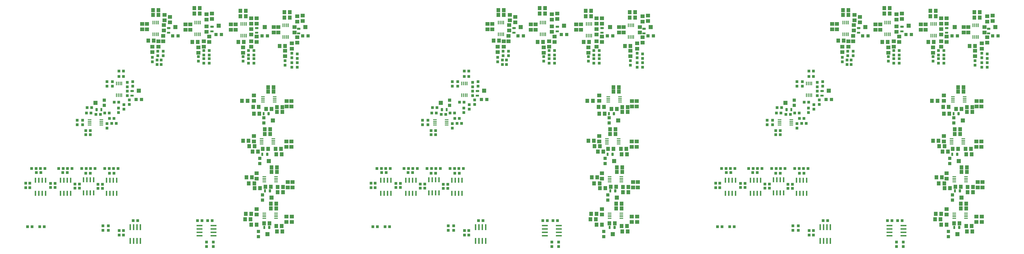
<source format=gbr>
G04 EAGLE Gerber RS-274X export*
G75*
%MOMM*%
%FSLAX34Y34*%
%LPD*%
%INSolderpaste Top*%
%IPPOS*%
%AMOC8*
5,1,8,0,0,1.08239X$1,22.5*%
G01*
%ADD10R,1.000000X1.100000*%
%ADD11R,1.100000X1.000000*%
%ADD12R,1.400000X1.500000*%
%ADD13R,1.500000X1.400000*%
%ADD14R,1.200000X0.800000*%
%ADD15C,0.240000*%
%ADD16R,0.800000X1.200000*%
%ADD17R,1.500000X1.600000*%
%ADD18R,1.200000X1.200000*%
%ADD19R,1.600000X1.500000*%
%ADD20R,1.397000X0.431800*%
%ADD21R,0.431800X1.397000*%
%ADD22R,0.600000X2.200000*%
%ADD23R,2.200000X0.600000*%
%ADD24R,0.533400X1.981200*%


D10*
X438150Y90560D03*
X438150Y107560D03*
X264160Y521580D03*
X264160Y504580D03*
D11*
X351400Y543560D03*
X334400Y543560D03*
D10*
X396240Y666360D03*
X396240Y649360D03*
X381000Y125340D03*
X381000Y108340D03*
X360680Y125340D03*
X360680Y108340D03*
D11*
X127880Y325120D03*
X110880Y325120D03*
D10*
X71120Y285360D03*
X71120Y268360D03*
X86360Y285360D03*
X86360Y268360D03*
X421640Y90560D03*
X421640Y107560D03*
D12*
X980350Y628650D03*
X1000850Y628650D03*
D13*
X1068070Y572680D03*
X1068070Y593180D03*
D12*
X972730Y563880D03*
X993230Y563880D03*
X980350Y645160D03*
X1000850Y645160D03*
D10*
X579120Y747640D03*
X579120Y730640D03*
X563880Y747640D03*
X563880Y730640D03*
D13*
X508000Y862240D03*
X508000Y882740D03*
D12*
X569050Y934720D03*
X548550Y934720D03*
D11*
X94860Y121920D03*
X77860Y121920D03*
D13*
X589280Y858430D03*
X589280Y878930D03*
X525780Y882740D03*
X525780Y862240D03*
D11*
X226940Y325120D03*
X209940Y325120D03*
X181220Y284480D03*
X164220Y284480D03*
X181220Y269240D03*
X164220Y269240D03*
D12*
X967650Y487680D03*
X988150Y487680D03*
D13*
X1068070Y421550D03*
X1068070Y442050D03*
D12*
X960030Y414020D03*
X980530Y414020D03*
D11*
X123580Y121920D03*
X140580Y121920D03*
D12*
X967650Y469900D03*
X988150Y469900D03*
D10*
X759460Y752720D03*
X759460Y735720D03*
X739140Y752720D03*
X739140Y735720D03*
D13*
X670560Y860970D03*
X670560Y881470D03*
D12*
X723990Y942340D03*
X703490Y942340D03*
D13*
X749300Y853350D03*
X749300Y873850D03*
X688340Y881470D03*
X688340Y860970D03*
D11*
X313300Y322580D03*
X296300Y322580D03*
X272660Y266700D03*
X255660Y266700D03*
X272660Y281940D03*
X255660Y281940D03*
X313300Y467360D03*
X296300Y467360D03*
D12*
X993050Y344170D03*
X1013550Y344170D03*
D13*
X1071880Y269150D03*
X1071880Y289650D03*
D12*
X970190Y271780D03*
X990690Y271780D03*
X993050Y327660D03*
X1013550Y327660D03*
D10*
X906780Y752720D03*
X906780Y735720D03*
X927100Y752720D03*
X927100Y735720D03*
D13*
X858520Y860970D03*
X858520Y881470D03*
D12*
X896710Y932180D03*
X876210Y932180D03*
D11*
X437760Y706120D03*
X420760Y706120D03*
D13*
X916940Y843190D03*
X916940Y863690D03*
X840740Y881470D03*
X840740Y860970D03*
D11*
X402200Y322580D03*
X385200Y322580D03*
X359020Y265430D03*
X342020Y265430D03*
X359020Y280670D03*
X342020Y280670D03*
D12*
X990510Y208280D03*
X1011010Y208280D03*
D13*
X1069340Y139610D03*
X1069340Y160110D03*
D12*
X965110Y134620D03*
X985610Y134620D03*
D10*
X452120Y613800D03*
X452120Y630800D03*
D12*
X990510Y190500D03*
X1011010Y190500D03*
D10*
X1089660Y737480D03*
X1089660Y720480D03*
X1069340Y737480D03*
X1069340Y720480D03*
D13*
X1018540Y850810D03*
X1018540Y871310D03*
D12*
X1061810Y927100D03*
X1041310Y927100D03*
D13*
X1079500Y850810D03*
X1079500Y871310D03*
X1002030Y871310D03*
X1002030Y850810D03*
D11*
X296300Y482600D03*
X313300Y482600D03*
D10*
X375920Y649360D03*
X375920Y666360D03*
D14*
X469900Y613300D03*
D15*
X474700Y628500D02*
X474700Y634100D01*
X474700Y628500D02*
X465100Y628500D01*
X465100Y634100D01*
X474700Y634100D01*
X474700Y630780D02*
X465100Y630780D01*
X465100Y633060D02*
X474700Y633060D01*
D16*
X354440Y561340D03*
D15*
X339240Y566140D02*
X333640Y566140D01*
X339240Y566140D02*
X339240Y556540D01*
X333640Y556540D01*
X333640Y566140D01*
X333640Y558820D02*
X339240Y558820D01*
X339240Y561100D02*
X333640Y561100D01*
X333640Y563380D02*
X339240Y563380D01*
X339240Y565660D02*
X333640Y565660D01*
D16*
X963820Y546100D03*
D15*
X979020Y541300D02*
X984620Y541300D01*
X979020Y541300D02*
X979020Y550900D01*
X984620Y550900D01*
X984620Y541300D01*
X984620Y543580D02*
X979020Y543580D01*
X979020Y545860D02*
X984620Y545860D01*
X984620Y548140D02*
X979020Y548140D01*
X979020Y550420D02*
X984620Y550420D01*
D14*
X607060Y849520D03*
D15*
X611860Y864720D02*
X611860Y870320D01*
X611860Y864720D02*
X602260Y864720D01*
X602260Y870320D01*
X611860Y870320D01*
X611860Y867000D02*
X602260Y867000D01*
X602260Y869280D02*
X611860Y869280D01*
D16*
X958740Y393700D03*
D15*
X973940Y388900D02*
X979540Y388900D01*
X973940Y388900D02*
X973940Y398500D01*
X979540Y398500D01*
X979540Y388900D01*
X979540Y391180D02*
X973940Y391180D01*
X973940Y393460D02*
X979540Y393460D01*
X979540Y395740D02*
X973940Y395740D01*
X973940Y398020D02*
X979540Y398020D01*
D14*
X769620Y854600D03*
D15*
X774420Y869800D02*
X774420Y875400D01*
X774420Y869800D02*
X764820Y869800D01*
X764820Y875400D01*
X774420Y875400D01*
X774420Y872080D02*
X764820Y872080D01*
X764820Y874360D02*
X774420Y874360D01*
D16*
X968900Y256540D03*
D15*
X984100Y251740D02*
X989700Y251740D01*
X984100Y251740D02*
X984100Y261340D01*
X989700Y261340D01*
X989700Y251740D01*
X989700Y254020D02*
X984100Y254020D01*
X984100Y256300D02*
X989700Y256300D01*
X989700Y258580D02*
X984100Y258580D01*
X984100Y260860D02*
X989700Y260860D01*
D14*
X937260Y849520D03*
D15*
X942060Y864720D02*
X942060Y870320D01*
X942060Y864720D02*
X932460Y864720D01*
X932460Y870320D01*
X942060Y870320D01*
X942060Y867000D02*
X932460Y867000D01*
X932460Y869280D02*
X942060Y869280D01*
D16*
X966360Y119380D03*
D15*
X981560Y114580D02*
X987160Y114580D01*
X981560Y114580D02*
X981560Y124180D01*
X987160Y124180D01*
X987160Y114580D01*
X987160Y116860D02*
X981560Y116860D01*
X981560Y119140D02*
X987160Y119140D01*
X987160Y121420D02*
X981560Y121420D01*
X981560Y123700D02*
X987160Y123700D01*
D14*
X1094740Y846980D03*
D15*
X1099540Y862180D02*
X1099540Y867780D01*
X1099540Y862180D02*
X1089940Y862180D01*
X1089940Y867780D01*
X1099540Y867780D01*
X1099540Y864460D02*
X1089940Y864460D01*
X1089940Y866740D02*
X1099540Y866740D01*
D11*
X770500Y144780D03*
X753500Y144780D03*
D10*
X452120Y646820D03*
X452120Y663820D03*
X472440Y649360D03*
X472440Y666360D03*
D11*
X411090Y509270D03*
X394090Y509270D03*
X402200Y528320D03*
X385200Y528320D03*
X384420Y548640D03*
X367420Y548640D03*
D10*
X375920Y491880D03*
X375920Y508880D03*
X284480Y521580D03*
X284480Y504580D03*
D11*
X315840Y548640D03*
X298840Y548640D03*
X318380Y568960D03*
X301380Y568960D03*
X732400Y144780D03*
X715400Y144780D03*
X143120Y340360D03*
X126120Y340360D03*
X93100Y340360D03*
X110100Y340360D03*
D12*
X882560Y594360D03*
X903060Y594360D03*
X924470Y571500D03*
X944970Y571500D03*
X927010Y546100D03*
X947510Y546100D03*
D13*
X927100Y614770D03*
X927100Y594270D03*
X1050290Y572680D03*
X1050290Y593180D03*
D12*
X1013370Y570230D03*
X1033870Y570230D03*
X1013370Y552450D03*
X1033870Y552450D03*
D13*
X546100Y777150D03*
X546100Y797650D03*
D10*
X749300Y64380D03*
X749300Y47380D03*
X546100Y757800D03*
X546100Y740800D03*
X566420Y763660D03*
X566420Y780660D03*
X586740Y763660D03*
X586740Y780660D03*
D13*
X568960Y797470D03*
X568960Y817970D03*
X586740Y817790D03*
X586740Y838290D03*
D12*
X530770Y820420D03*
X551270Y820420D03*
X569050Y916940D03*
X548550Y916940D03*
D13*
X591820Y896530D03*
X591820Y917030D03*
X612140Y888910D03*
X612140Y909410D03*
D10*
X774700Y47380D03*
X774700Y64380D03*
D11*
X244720Y340360D03*
X227720Y340360D03*
X194700Y340360D03*
X211700Y340360D03*
D12*
X886370Y444500D03*
X906870Y444500D03*
X909230Y424180D03*
X929730Y424180D03*
X921930Y403860D03*
X942430Y403860D03*
D13*
X927100Y462370D03*
X927100Y441870D03*
X1049020Y421550D03*
X1049020Y442050D03*
D12*
X1008290Y414020D03*
X1028790Y414020D03*
X1010830Y393700D03*
X1031330Y393700D03*
D10*
X718820Y760340D03*
X718820Y743340D03*
X419100Y550300D03*
X419100Y567300D03*
X739140Y766200D03*
X739140Y783200D03*
X759460Y766200D03*
X759460Y783200D03*
D13*
X718820Y774610D03*
X718820Y795110D03*
X739140Y797470D03*
X739140Y817970D03*
X759460Y815250D03*
X759460Y835750D03*
D12*
X695870Y815340D03*
X716370Y815340D03*
X723990Y922020D03*
X703490Y922020D03*
D13*
X749300Y899070D03*
X749300Y919570D03*
X769620Y901610D03*
X769620Y922110D03*
D10*
X439420Y563000D03*
X439420Y580000D03*
D11*
X331080Y340360D03*
X314080Y340360D03*
X281060Y340360D03*
X298060Y340360D03*
D12*
X899070Y307340D03*
X919570Y307340D03*
X907960Y284480D03*
X928460Y284480D03*
X929550Y266700D03*
X950050Y266700D03*
D13*
X937260Y322670D03*
X937260Y302170D03*
X1054100Y269150D03*
X1054100Y289650D03*
D12*
X1015910Y270510D03*
X1036410Y270510D03*
X1015910Y251460D03*
X1036410Y251460D03*
D10*
X886460Y760340D03*
X886460Y743340D03*
X459740Y580780D03*
X459740Y597780D03*
X906780Y766200D03*
X906780Y783200D03*
X927100Y766200D03*
X927100Y783200D03*
D13*
X886460Y774610D03*
X886460Y795110D03*
X916940Y797470D03*
X916940Y817970D03*
X937260Y815250D03*
X937260Y835750D03*
D12*
X868590Y815340D03*
X889090Y815340D03*
X896710Y911860D03*
X876210Y911860D03*
D13*
X916940Y883830D03*
X916940Y904330D03*
X937260Y883830D03*
X937260Y904330D03*
D11*
X402980Y589280D03*
X419980Y589280D03*
X417440Y340360D03*
X400440Y340360D03*
X367420Y340360D03*
X384420Y340360D03*
D12*
X896530Y170180D03*
X917030Y170180D03*
X893990Y149860D03*
X914490Y149860D03*
X916850Y129540D03*
X937350Y129540D03*
D13*
X937260Y188050D03*
X937260Y167550D03*
X1049020Y139610D03*
X1049020Y160110D03*
D12*
X1010830Y124460D03*
X1031330Y124460D03*
X1013370Y104140D03*
X1033870Y104140D03*
D10*
X1043940Y745100D03*
X1043940Y728100D03*
D11*
X437760Y685800D03*
X420760Y685800D03*
D10*
X1069340Y756040D03*
X1069340Y773040D03*
X1089660Y753500D03*
X1089660Y770500D03*
D13*
X1043940Y761910D03*
X1043940Y782410D03*
X1069340Y789850D03*
X1069340Y810350D03*
X1089660Y812710D03*
X1089660Y833210D03*
D12*
X1023530Y800100D03*
X1044030Y800100D03*
X1061810Y906780D03*
X1041310Y906780D03*
D13*
X1089660Y891450D03*
X1089660Y911950D03*
X1109980Y893990D03*
X1109980Y914490D03*
D17*
X495300Y632220D03*
D18*
X485300Y598970D03*
X505300Y598970D03*
D17*
X1120140Y870980D03*
D18*
X1110140Y837730D03*
X1130140Y837730D03*
D19*
X332980Y586740D03*
D18*
X366230Y576740D03*
X366230Y596740D03*
D19*
X997980Y520700D03*
D18*
X964730Y530700D03*
X964730Y510700D03*
D17*
X632460Y870980D03*
D18*
X622460Y837730D03*
X642460Y837730D03*
D19*
X982740Y368300D03*
D18*
X949490Y378300D03*
X949490Y358300D03*
D17*
X795020Y876060D03*
D18*
X785020Y842810D03*
X805020Y842810D03*
D19*
X992900Y231140D03*
D18*
X959650Y241140D03*
X959650Y221140D03*
D17*
X967740Y870980D03*
D18*
X957740Y837730D03*
X977740Y837730D03*
D19*
X977660Y93980D03*
D18*
X944410Y103980D03*
X944410Y83980D03*
D20*
X955802Y451710D03*
X955802Y445210D03*
X955802Y438710D03*
X955802Y432210D03*
X999998Y432210D03*
X999998Y438710D03*
X999998Y445210D03*
X999998Y451710D03*
D21*
X706530Y844042D03*
X713030Y844042D03*
X719530Y844042D03*
X726030Y844042D03*
X726030Y888238D03*
X719530Y888238D03*
X713030Y888238D03*
X706530Y888238D03*
D20*
X965962Y309470D03*
X965962Y302970D03*
X965962Y296470D03*
X965962Y289970D03*
X1010158Y289970D03*
X1010158Y296470D03*
X1010158Y302970D03*
X1010158Y309470D03*
D21*
X879250Y838962D03*
X885750Y838962D03*
X892250Y838962D03*
X898750Y838962D03*
X898750Y883158D03*
X892250Y883158D03*
X885750Y883158D03*
X879250Y883158D03*
D20*
X965962Y172310D03*
X965962Y165810D03*
X965962Y159310D03*
X965962Y152810D03*
X1010158Y152810D03*
X1010158Y159310D03*
X1010158Y165810D03*
X1010158Y172310D03*
D21*
X1036730Y833882D03*
X1043230Y833882D03*
X1049730Y833882D03*
X1056230Y833882D03*
X1056230Y878078D03*
X1049730Y878078D03*
X1043230Y878078D03*
X1036730Y878078D03*
D22*
X476250Y67980D03*
X476250Y119980D03*
X463550Y67980D03*
X488950Y67980D03*
X501650Y67980D03*
X463550Y119980D03*
X488950Y119980D03*
X501650Y119980D03*
D23*
X723300Y113030D03*
X775300Y113030D03*
X723300Y125730D03*
X723300Y100330D03*
X723300Y87630D03*
X775300Y125730D03*
X775300Y100330D03*
X775300Y87630D03*
D21*
X411890Y615442D03*
X418390Y615442D03*
X424890Y615442D03*
X431390Y615442D03*
X431390Y659638D03*
X424890Y659638D03*
X418390Y659638D03*
X411890Y659638D03*
D20*
X354838Y503330D03*
X354838Y509830D03*
X354838Y516330D03*
X354838Y522830D03*
X310642Y522830D03*
X310642Y516330D03*
X310642Y509830D03*
X310642Y503330D03*
X960882Y609190D03*
X960882Y602690D03*
X960882Y596190D03*
X960882Y589690D03*
X1005078Y589690D03*
X1005078Y596190D03*
X1005078Y602690D03*
X1005078Y609190D03*
D21*
X549050Y844042D03*
X555550Y844042D03*
X562050Y844042D03*
X568550Y844042D03*
X568550Y888238D03*
X562050Y888238D03*
X555550Y888238D03*
X549050Y888238D03*
D24*
X146050Y296418D03*
X133350Y296418D03*
X120650Y296418D03*
X107950Y296418D03*
X107950Y247142D03*
X120650Y247142D03*
X133350Y247142D03*
X146050Y247142D03*
X240030Y296418D03*
X227330Y296418D03*
X214630Y296418D03*
X201930Y296418D03*
X201930Y247142D03*
X214630Y247142D03*
X227330Y247142D03*
X240030Y247142D03*
X326390Y297688D03*
X313690Y297688D03*
X300990Y297688D03*
X288290Y297688D03*
X288290Y248412D03*
X300990Y248412D03*
X313690Y248412D03*
X326390Y248412D03*
X412750Y296418D03*
X400050Y296418D03*
X387350Y296418D03*
X374650Y296418D03*
X374650Y247142D03*
X387350Y247142D03*
X400050Y247142D03*
X412750Y247142D03*
D11*
X474100Y144780D03*
X491100Y144780D03*
D10*
X1733550Y90560D03*
X1733550Y107560D03*
X1559560Y521580D03*
X1559560Y504580D03*
D11*
X1646800Y543560D03*
X1629800Y543560D03*
D10*
X1691640Y666360D03*
X1691640Y649360D03*
X1676400Y125340D03*
X1676400Y108340D03*
X1656080Y125340D03*
X1656080Y108340D03*
D11*
X1423280Y325120D03*
X1406280Y325120D03*
D10*
X1366520Y285360D03*
X1366520Y268360D03*
X1381760Y285360D03*
X1381760Y268360D03*
X1717040Y90560D03*
X1717040Y107560D03*
D12*
X2275750Y628650D03*
X2296250Y628650D03*
D13*
X2363470Y572680D03*
X2363470Y593180D03*
D12*
X2268130Y563880D03*
X2288630Y563880D03*
X2275750Y645160D03*
X2296250Y645160D03*
D10*
X1874520Y747640D03*
X1874520Y730640D03*
X1859280Y747640D03*
X1859280Y730640D03*
D13*
X1803400Y862240D03*
X1803400Y882740D03*
D12*
X1864450Y934720D03*
X1843950Y934720D03*
D11*
X1390260Y121920D03*
X1373260Y121920D03*
D13*
X1884680Y858430D03*
X1884680Y878930D03*
X1821180Y882740D03*
X1821180Y862240D03*
D11*
X1522340Y325120D03*
X1505340Y325120D03*
X1476620Y284480D03*
X1459620Y284480D03*
X1476620Y269240D03*
X1459620Y269240D03*
D12*
X2263050Y487680D03*
X2283550Y487680D03*
D13*
X2363470Y421550D03*
X2363470Y442050D03*
D12*
X2255430Y414020D03*
X2275930Y414020D03*
D11*
X1418980Y121920D03*
X1435980Y121920D03*
D12*
X2263050Y469900D03*
X2283550Y469900D03*
D10*
X2054860Y752720D03*
X2054860Y735720D03*
X2034540Y752720D03*
X2034540Y735720D03*
D13*
X1965960Y860970D03*
X1965960Y881470D03*
D12*
X2019390Y942340D03*
X1998890Y942340D03*
D13*
X2044700Y853350D03*
X2044700Y873850D03*
X1983740Y881470D03*
X1983740Y860970D03*
D11*
X1608700Y322580D03*
X1591700Y322580D03*
X1568060Y266700D03*
X1551060Y266700D03*
X1568060Y281940D03*
X1551060Y281940D03*
X1608700Y467360D03*
X1591700Y467360D03*
D12*
X2288450Y344170D03*
X2308950Y344170D03*
D13*
X2367280Y269150D03*
X2367280Y289650D03*
D12*
X2265590Y271780D03*
X2286090Y271780D03*
X2288450Y327660D03*
X2308950Y327660D03*
D10*
X2202180Y752720D03*
X2202180Y735720D03*
X2222500Y752720D03*
X2222500Y735720D03*
D13*
X2153920Y860970D03*
X2153920Y881470D03*
D12*
X2192110Y932180D03*
X2171610Y932180D03*
D11*
X1733160Y706120D03*
X1716160Y706120D03*
D13*
X2212340Y843190D03*
X2212340Y863690D03*
X2136140Y881470D03*
X2136140Y860970D03*
D11*
X1697600Y322580D03*
X1680600Y322580D03*
X1654420Y265430D03*
X1637420Y265430D03*
X1654420Y280670D03*
X1637420Y280670D03*
D12*
X2285910Y208280D03*
X2306410Y208280D03*
D13*
X2364740Y139610D03*
X2364740Y160110D03*
D12*
X2260510Y134620D03*
X2281010Y134620D03*
D10*
X1747520Y613800D03*
X1747520Y630800D03*
D12*
X2285910Y190500D03*
X2306410Y190500D03*
D10*
X2385060Y737480D03*
X2385060Y720480D03*
X2364740Y737480D03*
X2364740Y720480D03*
D13*
X2313940Y850810D03*
X2313940Y871310D03*
D12*
X2357210Y927100D03*
X2336710Y927100D03*
D13*
X2374900Y850810D03*
X2374900Y871310D03*
X2297430Y871310D03*
X2297430Y850810D03*
D11*
X1591700Y482600D03*
X1608700Y482600D03*
D10*
X1671320Y649360D03*
X1671320Y666360D03*
D14*
X1765300Y613300D03*
D15*
X1770100Y628500D02*
X1770100Y634100D01*
X1770100Y628500D02*
X1760500Y628500D01*
X1760500Y634100D01*
X1770100Y634100D01*
X1770100Y630780D02*
X1760500Y630780D01*
X1760500Y633060D02*
X1770100Y633060D01*
D16*
X1649840Y561340D03*
D15*
X1634640Y566140D02*
X1629040Y566140D01*
X1634640Y566140D02*
X1634640Y556540D01*
X1629040Y556540D01*
X1629040Y566140D01*
X1629040Y558820D02*
X1634640Y558820D01*
X1634640Y561100D02*
X1629040Y561100D01*
X1629040Y563380D02*
X1634640Y563380D01*
X1634640Y565660D02*
X1629040Y565660D01*
D16*
X2259220Y546100D03*
D15*
X2274420Y541300D02*
X2280020Y541300D01*
X2274420Y541300D02*
X2274420Y550900D01*
X2280020Y550900D01*
X2280020Y541300D01*
X2280020Y543580D02*
X2274420Y543580D01*
X2274420Y545860D02*
X2280020Y545860D01*
X2280020Y548140D02*
X2274420Y548140D01*
X2274420Y550420D02*
X2280020Y550420D01*
D14*
X1902460Y849520D03*
D15*
X1907260Y864720D02*
X1907260Y870320D01*
X1907260Y864720D02*
X1897660Y864720D01*
X1897660Y870320D01*
X1907260Y870320D01*
X1907260Y867000D02*
X1897660Y867000D01*
X1897660Y869280D02*
X1907260Y869280D01*
D16*
X2254140Y393700D03*
D15*
X2269340Y388900D02*
X2274940Y388900D01*
X2269340Y388900D02*
X2269340Y398500D01*
X2274940Y398500D01*
X2274940Y388900D01*
X2274940Y391180D02*
X2269340Y391180D01*
X2269340Y393460D02*
X2274940Y393460D01*
X2274940Y395740D02*
X2269340Y395740D01*
X2269340Y398020D02*
X2274940Y398020D01*
D14*
X2065020Y854600D03*
D15*
X2069820Y869800D02*
X2069820Y875400D01*
X2069820Y869800D02*
X2060220Y869800D01*
X2060220Y875400D01*
X2069820Y875400D01*
X2069820Y872080D02*
X2060220Y872080D01*
X2060220Y874360D02*
X2069820Y874360D01*
D16*
X2264300Y256540D03*
D15*
X2279500Y251740D02*
X2285100Y251740D01*
X2279500Y251740D02*
X2279500Y261340D01*
X2285100Y261340D01*
X2285100Y251740D01*
X2285100Y254020D02*
X2279500Y254020D01*
X2279500Y256300D02*
X2285100Y256300D01*
X2285100Y258580D02*
X2279500Y258580D01*
X2279500Y260860D02*
X2285100Y260860D01*
D14*
X2232660Y849520D03*
D15*
X2237460Y864720D02*
X2237460Y870320D01*
X2237460Y864720D02*
X2227860Y864720D01*
X2227860Y870320D01*
X2237460Y870320D01*
X2237460Y867000D02*
X2227860Y867000D01*
X2227860Y869280D02*
X2237460Y869280D01*
D16*
X2261760Y119380D03*
D15*
X2276960Y114580D02*
X2282560Y114580D01*
X2276960Y114580D02*
X2276960Y124180D01*
X2282560Y124180D01*
X2282560Y114580D01*
X2282560Y116860D02*
X2276960Y116860D01*
X2276960Y119140D02*
X2282560Y119140D01*
X2282560Y121420D02*
X2276960Y121420D01*
X2276960Y123700D02*
X2282560Y123700D01*
D14*
X2390140Y846980D03*
D15*
X2394940Y862180D02*
X2394940Y867780D01*
X2394940Y862180D02*
X2385340Y862180D01*
X2385340Y867780D01*
X2394940Y867780D01*
X2394940Y864460D02*
X2385340Y864460D01*
X2385340Y866740D02*
X2394940Y866740D01*
D11*
X2065900Y144780D03*
X2048900Y144780D03*
D10*
X1747520Y646820D03*
X1747520Y663820D03*
X1767840Y649360D03*
X1767840Y666360D03*
D11*
X1706490Y509270D03*
X1689490Y509270D03*
X1697600Y528320D03*
X1680600Y528320D03*
X1679820Y548640D03*
X1662820Y548640D03*
D10*
X1671320Y491880D03*
X1671320Y508880D03*
X1579880Y521580D03*
X1579880Y504580D03*
D11*
X1611240Y548640D03*
X1594240Y548640D03*
X1613780Y568960D03*
X1596780Y568960D03*
X2027800Y144780D03*
X2010800Y144780D03*
X1438520Y340360D03*
X1421520Y340360D03*
X1388500Y340360D03*
X1405500Y340360D03*
D12*
X2177960Y594360D03*
X2198460Y594360D03*
X2219870Y571500D03*
X2240370Y571500D03*
X2222410Y546100D03*
X2242910Y546100D03*
D13*
X2222500Y614770D03*
X2222500Y594270D03*
X2345690Y572680D03*
X2345690Y593180D03*
D12*
X2308770Y570230D03*
X2329270Y570230D03*
X2308770Y552450D03*
X2329270Y552450D03*
D13*
X1841500Y777150D03*
X1841500Y797650D03*
D10*
X2044700Y64380D03*
X2044700Y47380D03*
X1841500Y757800D03*
X1841500Y740800D03*
X1861820Y763660D03*
X1861820Y780660D03*
X1882140Y763660D03*
X1882140Y780660D03*
D13*
X1864360Y797470D03*
X1864360Y817970D03*
X1882140Y817790D03*
X1882140Y838290D03*
D12*
X1826170Y820420D03*
X1846670Y820420D03*
X1864450Y916940D03*
X1843950Y916940D03*
D13*
X1887220Y896530D03*
X1887220Y917030D03*
X1907540Y888910D03*
X1907540Y909410D03*
D10*
X2070100Y47380D03*
X2070100Y64380D03*
D11*
X1540120Y340360D03*
X1523120Y340360D03*
X1490100Y340360D03*
X1507100Y340360D03*
D12*
X2181770Y444500D03*
X2202270Y444500D03*
X2204630Y424180D03*
X2225130Y424180D03*
X2217330Y403860D03*
X2237830Y403860D03*
D13*
X2222500Y462370D03*
X2222500Y441870D03*
X2344420Y421550D03*
X2344420Y442050D03*
D12*
X2303690Y414020D03*
X2324190Y414020D03*
X2306230Y393700D03*
X2326730Y393700D03*
D10*
X2014220Y760340D03*
X2014220Y743340D03*
X1714500Y550300D03*
X1714500Y567300D03*
X2034540Y766200D03*
X2034540Y783200D03*
X2054860Y766200D03*
X2054860Y783200D03*
D13*
X2014220Y774610D03*
X2014220Y795110D03*
X2034540Y797470D03*
X2034540Y817970D03*
X2054860Y815250D03*
X2054860Y835750D03*
D12*
X1991270Y815340D03*
X2011770Y815340D03*
X2019390Y922020D03*
X1998890Y922020D03*
D13*
X2044700Y899070D03*
X2044700Y919570D03*
X2065020Y901610D03*
X2065020Y922110D03*
D10*
X1734820Y563000D03*
X1734820Y580000D03*
D11*
X1626480Y340360D03*
X1609480Y340360D03*
X1576460Y340360D03*
X1593460Y340360D03*
D12*
X2194470Y307340D03*
X2214970Y307340D03*
X2203360Y284480D03*
X2223860Y284480D03*
X2224950Y266700D03*
X2245450Y266700D03*
D13*
X2232660Y322670D03*
X2232660Y302170D03*
X2349500Y269150D03*
X2349500Y289650D03*
D12*
X2311310Y270510D03*
X2331810Y270510D03*
X2311310Y251460D03*
X2331810Y251460D03*
D10*
X2181860Y760340D03*
X2181860Y743340D03*
X1755140Y580780D03*
X1755140Y597780D03*
X2202180Y766200D03*
X2202180Y783200D03*
X2222500Y766200D03*
X2222500Y783200D03*
D13*
X2181860Y774610D03*
X2181860Y795110D03*
X2212340Y797470D03*
X2212340Y817970D03*
X2232660Y815250D03*
X2232660Y835750D03*
D12*
X2163990Y815340D03*
X2184490Y815340D03*
X2192110Y911860D03*
X2171610Y911860D03*
D13*
X2212340Y883830D03*
X2212340Y904330D03*
X2232660Y883830D03*
X2232660Y904330D03*
D11*
X1698380Y589280D03*
X1715380Y589280D03*
X1712840Y340360D03*
X1695840Y340360D03*
X1662820Y340360D03*
X1679820Y340360D03*
D12*
X2191930Y170180D03*
X2212430Y170180D03*
X2189390Y149860D03*
X2209890Y149860D03*
X2212250Y129540D03*
X2232750Y129540D03*
D13*
X2232660Y188050D03*
X2232660Y167550D03*
X2344420Y139610D03*
X2344420Y160110D03*
D12*
X2306230Y124460D03*
X2326730Y124460D03*
X2308770Y104140D03*
X2329270Y104140D03*
D10*
X2339340Y745100D03*
X2339340Y728100D03*
D11*
X1733160Y685800D03*
X1716160Y685800D03*
D10*
X2364740Y756040D03*
X2364740Y773040D03*
X2385060Y753500D03*
X2385060Y770500D03*
D13*
X2339340Y761910D03*
X2339340Y782410D03*
X2364740Y789850D03*
X2364740Y810350D03*
X2385060Y812710D03*
X2385060Y833210D03*
D12*
X2318930Y800100D03*
X2339430Y800100D03*
X2357210Y906780D03*
X2336710Y906780D03*
D13*
X2385060Y891450D03*
X2385060Y911950D03*
X2405380Y893990D03*
X2405380Y914490D03*
D17*
X1790700Y632220D03*
D18*
X1780700Y598970D03*
X1800700Y598970D03*
D17*
X2415540Y870980D03*
D18*
X2405540Y837730D03*
X2425540Y837730D03*
D19*
X1628380Y586740D03*
D18*
X1661630Y576740D03*
X1661630Y596740D03*
D19*
X2293380Y520700D03*
D18*
X2260130Y530700D03*
X2260130Y510700D03*
D17*
X1927860Y870980D03*
D18*
X1917860Y837730D03*
X1937860Y837730D03*
D19*
X2278140Y368300D03*
D18*
X2244890Y378300D03*
X2244890Y358300D03*
D17*
X2090420Y876060D03*
D18*
X2080420Y842810D03*
X2100420Y842810D03*
D19*
X2288300Y231140D03*
D18*
X2255050Y241140D03*
X2255050Y221140D03*
D17*
X2263140Y870980D03*
D18*
X2253140Y837730D03*
X2273140Y837730D03*
D19*
X2273060Y93980D03*
D18*
X2239810Y103980D03*
X2239810Y83980D03*
D20*
X2251202Y451710D03*
X2251202Y445210D03*
X2251202Y438710D03*
X2251202Y432210D03*
X2295398Y432210D03*
X2295398Y438710D03*
X2295398Y445210D03*
X2295398Y451710D03*
D21*
X2001930Y844042D03*
X2008430Y844042D03*
X2014930Y844042D03*
X2021430Y844042D03*
X2021430Y888238D03*
X2014930Y888238D03*
X2008430Y888238D03*
X2001930Y888238D03*
D20*
X2261362Y309470D03*
X2261362Y302970D03*
X2261362Y296470D03*
X2261362Y289970D03*
X2305558Y289970D03*
X2305558Y296470D03*
X2305558Y302970D03*
X2305558Y309470D03*
D21*
X2174650Y838962D03*
X2181150Y838962D03*
X2187650Y838962D03*
X2194150Y838962D03*
X2194150Y883158D03*
X2187650Y883158D03*
X2181150Y883158D03*
X2174650Y883158D03*
D20*
X2261362Y172310D03*
X2261362Y165810D03*
X2261362Y159310D03*
X2261362Y152810D03*
X2305558Y152810D03*
X2305558Y159310D03*
X2305558Y165810D03*
X2305558Y172310D03*
D21*
X2332130Y833882D03*
X2338630Y833882D03*
X2345130Y833882D03*
X2351630Y833882D03*
X2351630Y878078D03*
X2345130Y878078D03*
X2338630Y878078D03*
X2332130Y878078D03*
D22*
X1771650Y67980D03*
X1771650Y119980D03*
X1758950Y67980D03*
X1784350Y67980D03*
X1797050Y67980D03*
X1758950Y119980D03*
X1784350Y119980D03*
X1797050Y119980D03*
D23*
X2018700Y113030D03*
X2070700Y113030D03*
X2018700Y125730D03*
X2018700Y100330D03*
X2018700Y87630D03*
X2070700Y125730D03*
X2070700Y100330D03*
X2070700Y87630D03*
D21*
X1707290Y615442D03*
X1713790Y615442D03*
X1720290Y615442D03*
X1726790Y615442D03*
X1726790Y659638D03*
X1720290Y659638D03*
X1713790Y659638D03*
X1707290Y659638D03*
D20*
X1650238Y503330D03*
X1650238Y509830D03*
X1650238Y516330D03*
X1650238Y522830D03*
X1606042Y522830D03*
X1606042Y516330D03*
X1606042Y509830D03*
X1606042Y503330D03*
X2256282Y609190D03*
X2256282Y602690D03*
X2256282Y596190D03*
X2256282Y589690D03*
X2300478Y589690D03*
X2300478Y596190D03*
X2300478Y602690D03*
X2300478Y609190D03*
D21*
X1844450Y844042D03*
X1850950Y844042D03*
X1857450Y844042D03*
X1863950Y844042D03*
X1863950Y888238D03*
X1857450Y888238D03*
X1850950Y888238D03*
X1844450Y888238D03*
D24*
X1441450Y296418D03*
X1428750Y296418D03*
X1416050Y296418D03*
X1403350Y296418D03*
X1403350Y247142D03*
X1416050Y247142D03*
X1428750Y247142D03*
X1441450Y247142D03*
X1535430Y296418D03*
X1522730Y296418D03*
X1510030Y296418D03*
X1497330Y296418D03*
X1497330Y247142D03*
X1510030Y247142D03*
X1522730Y247142D03*
X1535430Y247142D03*
X1621790Y297688D03*
X1609090Y297688D03*
X1596390Y297688D03*
X1583690Y297688D03*
X1583690Y248412D03*
X1596390Y248412D03*
X1609090Y248412D03*
X1621790Y248412D03*
X1708150Y296418D03*
X1695450Y296418D03*
X1682750Y296418D03*
X1670050Y296418D03*
X1670050Y247142D03*
X1682750Y247142D03*
X1695450Y247142D03*
X1708150Y247142D03*
D11*
X1769500Y144780D03*
X1786500Y144780D03*
D10*
X3026410Y90560D03*
X3026410Y107560D03*
X2852420Y521580D03*
X2852420Y504580D03*
D11*
X2939660Y543560D03*
X2922660Y543560D03*
D10*
X2984500Y666360D03*
X2984500Y649360D03*
X2969260Y125340D03*
X2969260Y108340D03*
X2948940Y125340D03*
X2948940Y108340D03*
D11*
X2716140Y325120D03*
X2699140Y325120D03*
D10*
X2659380Y285360D03*
X2659380Y268360D03*
X2674620Y285360D03*
X2674620Y268360D03*
X3009900Y90560D03*
X3009900Y107560D03*
D12*
X3568610Y628650D03*
X3589110Y628650D03*
D13*
X3656330Y572680D03*
X3656330Y593180D03*
D12*
X3560990Y563880D03*
X3581490Y563880D03*
X3568610Y645160D03*
X3589110Y645160D03*
D10*
X3167380Y747640D03*
X3167380Y730640D03*
X3152140Y747640D03*
X3152140Y730640D03*
D13*
X3096260Y862240D03*
X3096260Y882740D03*
D12*
X3157310Y934720D03*
X3136810Y934720D03*
D11*
X2683120Y121920D03*
X2666120Y121920D03*
D13*
X3177540Y858430D03*
X3177540Y878930D03*
X3114040Y882740D03*
X3114040Y862240D03*
D11*
X2815200Y325120D03*
X2798200Y325120D03*
X2769480Y284480D03*
X2752480Y284480D03*
X2769480Y269240D03*
X2752480Y269240D03*
D12*
X3555910Y487680D03*
X3576410Y487680D03*
D13*
X3656330Y421550D03*
X3656330Y442050D03*
D12*
X3548290Y414020D03*
X3568790Y414020D03*
D11*
X2711840Y121920D03*
X2728840Y121920D03*
D12*
X3555910Y469900D03*
X3576410Y469900D03*
D10*
X3347720Y752720D03*
X3347720Y735720D03*
X3327400Y752720D03*
X3327400Y735720D03*
D13*
X3258820Y860970D03*
X3258820Y881470D03*
D12*
X3312250Y942340D03*
X3291750Y942340D03*
D13*
X3337560Y853350D03*
X3337560Y873850D03*
X3276600Y881470D03*
X3276600Y860970D03*
D11*
X2901560Y322580D03*
X2884560Y322580D03*
X2860920Y266700D03*
X2843920Y266700D03*
X2860920Y281940D03*
X2843920Y281940D03*
X2901560Y467360D03*
X2884560Y467360D03*
D12*
X3581310Y344170D03*
X3601810Y344170D03*
D13*
X3660140Y269150D03*
X3660140Y289650D03*
D12*
X3558450Y271780D03*
X3578950Y271780D03*
X3581310Y327660D03*
X3601810Y327660D03*
D10*
X3495040Y752720D03*
X3495040Y735720D03*
X3515360Y752720D03*
X3515360Y735720D03*
D13*
X3446780Y860970D03*
X3446780Y881470D03*
D12*
X3484970Y932180D03*
X3464470Y932180D03*
D11*
X3026020Y706120D03*
X3009020Y706120D03*
D13*
X3505200Y843190D03*
X3505200Y863690D03*
X3429000Y881470D03*
X3429000Y860970D03*
D11*
X2990460Y322580D03*
X2973460Y322580D03*
X2947280Y265430D03*
X2930280Y265430D03*
X2947280Y280670D03*
X2930280Y280670D03*
D12*
X3578770Y208280D03*
X3599270Y208280D03*
D13*
X3657600Y139610D03*
X3657600Y160110D03*
D12*
X3553370Y134620D03*
X3573870Y134620D03*
D10*
X3040380Y613800D03*
X3040380Y630800D03*
D12*
X3578770Y190500D03*
X3599270Y190500D03*
D10*
X3677920Y737480D03*
X3677920Y720480D03*
X3657600Y737480D03*
X3657600Y720480D03*
D13*
X3606800Y850810D03*
X3606800Y871310D03*
D12*
X3650070Y927100D03*
X3629570Y927100D03*
D13*
X3667760Y850810D03*
X3667760Y871310D03*
X3590290Y871310D03*
X3590290Y850810D03*
D11*
X2884560Y482600D03*
X2901560Y482600D03*
D10*
X2964180Y649360D03*
X2964180Y666360D03*
D14*
X3058160Y613300D03*
D15*
X3062960Y628500D02*
X3062960Y634100D01*
X3062960Y628500D02*
X3053360Y628500D01*
X3053360Y634100D01*
X3062960Y634100D01*
X3062960Y630780D02*
X3053360Y630780D01*
X3053360Y633060D02*
X3062960Y633060D01*
D16*
X2942700Y561340D03*
D15*
X2927500Y566140D02*
X2921900Y566140D01*
X2927500Y566140D02*
X2927500Y556540D01*
X2921900Y556540D01*
X2921900Y566140D01*
X2921900Y558820D02*
X2927500Y558820D01*
X2927500Y561100D02*
X2921900Y561100D01*
X2921900Y563380D02*
X2927500Y563380D01*
X2927500Y565660D02*
X2921900Y565660D01*
D16*
X3552080Y546100D03*
D15*
X3567280Y541300D02*
X3572880Y541300D01*
X3567280Y541300D02*
X3567280Y550900D01*
X3572880Y550900D01*
X3572880Y541300D01*
X3572880Y543580D02*
X3567280Y543580D01*
X3567280Y545860D02*
X3572880Y545860D01*
X3572880Y548140D02*
X3567280Y548140D01*
X3567280Y550420D02*
X3572880Y550420D01*
D14*
X3195320Y849520D03*
D15*
X3200120Y864720D02*
X3200120Y870320D01*
X3200120Y864720D02*
X3190520Y864720D01*
X3190520Y870320D01*
X3200120Y870320D01*
X3200120Y867000D02*
X3190520Y867000D01*
X3190520Y869280D02*
X3200120Y869280D01*
D16*
X3547000Y393700D03*
D15*
X3562200Y388900D02*
X3567800Y388900D01*
X3562200Y388900D02*
X3562200Y398500D01*
X3567800Y398500D01*
X3567800Y388900D01*
X3567800Y391180D02*
X3562200Y391180D01*
X3562200Y393460D02*
X3567800Y393460D01*
X3567800Y395740D02*
X3562200Y395740D01*
X3562200Y398020D02*
X3567800Y398020D01*
D14*
X3357880Y854600D03*
D15*
X3362680Y869800D02*
X3362680Y875400D01*
X3362680Y869800D02*
X3353080Y869800D01*
X3353080Y875400D01*
X3362680Y875400D01*
X3362680Y872080D02*
X3353080Y872080D01*
X3353080Y874360D02*
X3362680Y874360D01*
D16*
X3557160Y256540D03*
D15*
X3572360Y251740D02*
X3577960Y251740D01*
X3572360Y251740D02*
X3572360Y261340D01*
X3577960Y261340D01*
X3577960Y251740D01*
X3577960Y254020D02*
X3572360Y254020D01*
X3572360Y256300D02*
X3577960Y256300D01*
X3577960Y258580D02*
X3572360Y258580D01*
X3572360Y260860D02*
X3577960Y260860D01*
D14*
X3525520Y849520D03*
D15*
X3530320Y864720D02*
X3530320Y870320D01*
X3530320Y864720D02*
X3520720Y864720D01*
X3520720Y870320D01*
X3530320Y870320D01*
X3530320Y867000D02*
X3520720Y867000D01*
X3520720Y869280D02*
X3530320Y869280D01*
D16*
X3554620Y119380D03*
D15*
X3569820Y114580D02*
X3575420Y114580D01*
X3569820Y114580D02*
X3569820Y124180D01*
X3575420Y124180D01*
X3575420Y114580D01*
X3575420Y116860D02*
X3569820Y116860D01*
X3569820Y119140D02*
X3575420Y119140D01*
X3575420Y121420D02*
X3569820Y121420D01*
X3569820Y123700D02*
X3575420Y123700D01*
D14*
X3683000Y846980D03*
D15*
X3687800Y862180D02*
X3687800Y867780D01*
X3687800Y862180D02*
X3678200Y862180D01*
X3678200Y867780D01*
X3687800Y867780D01*
X3687800Y864460D02*
X3678200Y864460D01*
X3678200Y866740D02*
X3687800Y866740D01*
D11*
X3358760Y144780D03*
X3341760Y144780D03*
D10*
X3040380Y646820D03*
X3040380Y663820D03*
X3060700Y649360D03*
X3060700Y666360D03*
D11*
X2999350Y509270D03*
X2982350Y509270D03*
X2990460Y528320D03*
X2973460Y528320D03*
X2972680Y548640D03*
X2955680Y548640D03*
D10*
X2964180Y491880D03*
X2964180Y508880D03*
X2872740Y521580D03*
X2872740Y504580D03*
D11*
X2904100Y548640D03*
X2887100Y548640D03*
X2906640Y568960D03*
X2889640Y568960D03*
X3320660Y144780D03*
X3303660Y144780D03*
X2731380Y340360D03*
X2714380Y340360D03*
X2681360Y340360D03*
X2698360Y340360D03*
D12*
X3470820Y594360D03*
X3491320Y594360D03*
X3512730Y571500D03*
X3533230Y571500D03*
X3515270Y546100D03*
X3535770Y546100D03*
D13*
X3515360Y614770D03*
X3515360Y594270D03*
X3638550Y572680D03*
X3638550Y593180D03*
D12*
X3601630Y570230D03*
X3622130Y570230D03*
X3601630Y552450D03*
X3622130Y552450D03*
D13*
X3134360Y777150D03*
X3134360Y797650D03*
D10*
X3337560Y64380D03*
X3337560Y47380D03*
X3134360Y757800D03*
X3134360Y740800D03*
X3154680Y763660D03*
X3154680Y780660D03*
X3175000Y763660D03*
X3175000Y780660D03*
D13*
X3157220Y797470D03*
X3157220Y817970D03*
X3175000Y817790D03*
X3175000Y838290D03*
D12*
X3119030Y820420D03*
X3139530Y820420D03*
X3157310Y916940D03*
X3136810Y916940D03*
D13*
X3180080Y896530D03*
X3180080Y917030D03*
X3200400Y888910D03*
X3200400Y909410D03*
D10*
X3362960Y47380D03*
X3362960Y64380D03*
D11*
X2832980Y340360D03*
X2815980Y340360D03*
X2782960Y340360D03*
X2799960Y340360D03*
D12*
X3474630Y444500D03*
X3495130Y444500D03*
X3497490Y424180D03*
X3517990Y424180D03*
X3510190Y403860D03*
X3530690Y403860D03*
D13*
X3515360Y462370D03*
X3515360Y441870D03*
X3637280Y421550D03*
X3637280Y442050D03*
D12*
X3596550Y414020D03*
X3617050Y414020D03*
X3599090Y393700D03*
X3619590Y393700D03*
D10*
X3307080Y760340D03*
X3307080Y743340D03*
X3007360Y550300D03*
X3007360Y567300D03*
X3327400Y766200D03*
X3327400Y783200D03*
X3347720Y766200D03*
X3347720Y783200D03*
D13*
X3307080Y774610D03*
X3307080Y795110D03*
X3327400Y797470D03*
X3327400Y817970D03*
X3347720Y815250D03*
X3347720Y835750D03*
D12*
X3284130Y815340D03*
X3304630Y815340D03*
X3312250Y922020D03*
X3291750Y922020D03*
D13*
X3337560Y899070D03*
X3337560Y919570D03*
X3357880Y901610D03*
X3357880Y922110D03*
D10*
X3027680Y563000D03*
X3027680Y580000D03*
D11*
X2919340Y340360D03*
X2902340Y340360D03*
X2869320Y340360D03*
X2886320Y340360D03*
D12*
X3487330Y307340D03*
X3507830Y307340D03*
X3496220Y284480D03*
X3516720Y284480D03*
X3517810Y266700D03*
X3538310Y266700D03*
D13*
X3525520Y322670D03*
X3525520Y302170D03*
X3642360Y269150D03*
X3642360Y289650D03*
D12*
X3604170Y270510D03*
X3624670Y270510D03*
X3604170Y251460D03*
X3624670Y251460D03*
D10*
X3474720Y760340D03*
X3474720Y743340D03*
X3048000Y580780D03*
X3048000Y597780D03*
X3495040Y766200D03*
X3495040Y783200D03*
X3515360Y766200D03*
X3515360Y783200D03*
D13*
X3474720Y774610D03*
X3474720Y795110D03*
X3505200Y797470D03*
X3505200Y817970D03*
X3525520Y815250D03*
X3525520Y835750D03*
D12*
X3456850Y815340D03*
X3477350Y815340D03*
X3484970Y911860D03*
X3464470Y911860D03*
D13*
X3505200Y883830D03*
X3505200Y904330D03*
X3525520Y883830D03*
X3525520Y904330D03*
D11*
X2991240Y589280D03*
X3008240Y589280D03*
X3005700Y340360D03*
X2988700Y340360D03*
X2955680Y340360D03*
X2972680Y340360D03*
D12*
X3484790Y170180D03*
X3505290Y170180D03*
X3482250Y149860D03*
X3502750Y149860D03*
X3505110Y129540D03*
X3525610Y129540D03*
D13*
X3525520Y188050D03*
X3525520Y167550D03*
X3637280Y139610D03*
X3637280Y160110D03*
D12*
X3599090Y124460D03*
X3619590Y124460D03*
X3601630Y104140D03*
X3622130Y104140D03*
D10*
X3632200Y745100D03*
X3632200Y728100D03*
D11*
X3026020Y685800D03*
X3009020Y685800D03*
D10*
X3657600Y756040D03*
X3657600Y773040D03*
X3677920Y753500D03*
X3677920Y770500D03*
D13*
X3632200Y761910D03*
X3632200Y782410D03*
X3657600Y789850D03*
X3657600Y810350D03*
X3677920Y812710D03*
X3677920Y833210D03*
D12*
X3611790Y800100D03*
X3632290Y800100D03*
X3650070Y906780D03*
X3629570Y906780D03*
D13*
X3677920Y891450D03*
X3677920Y911950D03*
X3698240Y893990D03*
X3698240Y914490D03*
D17*
X3083560Y632220D03*
D18*
X3073560Y598970D03*
X3093560Y598970D03*
D17*
X3708400Y870980D03*
D18*
X3698400Y837730D03*
X3718400Y837730D03*
D19*
X2921240Y586740D03*
D18*
X2954490Y576740D03*
X2954490Y596740D03*
D19*
X3586240Y520700D03*
D18*
X3552990Y530700D03*
X3552990Y510700D03*
D17*
X3220720Y870980D03*
D18*
X3210720Y837730D03*
X3230720Y837730D03*
D19*
X3571000Y368300D03*
D18*
X3537750Y378300D03*
X3537750Y358300D03*
D17*
X3383280Y876060D03*
D18*
X3373280Y842810D03*
X3393280Y842810D03*
D19*
X3581160Y231140D03*
D18*
X3547910Y241140D03*
X3547910Y221140D03*
D17*
X3556000Y870980D03*
D18*
X3546000Y837730D03*
X3566000Y837730D03*
D19*
X3565920Y93980D03*
D18*
X3532670Y103980D03*
X3532670Y83980D03*
D20*
X3544062Y451710D03*
X3544062Y445210D03*
X3544062Y438710D03*
X3544062Y432210D03*
X3588258Y432210D03*
X3588258Y438710D03*
X3588258Y445210D03*
X3588258Y451710D03*
D21*
X3294790Y844042D03*
X3301290Y844042D03*
X3307790Y844042D03*
X3314290Y844042D03*
X3314290Y888238D03*
X3307790Y888238D03*
X3301290Y888238D03*
X3294790Y888238D03*
D20*
X3554222Y309470D03*
X3554222Y302970D03*
X3554222Y296470D03*
X3554222Y289970D03*
X3598418Y289970D03*
X3598418Y296470D03*
X3598418Y302970D03*
X3598418Y309470D03*
D21*
X3467510Y838962D03*
X3474010Y838962D03*
X3480510Y838962D03*
X3487010Y838962D03*
X3487010Y883158D03*
X3480510Y883158D03*
X3474010Y883158D03*
X3467510Y883158D03*
D20*
X3554222Y172310D03*
X3554222Y165810D03*
X3554222Y159310D03*
X3554222Y152810D03*
X3598418Y152810D03*
X3598418Y159310D03*
X3598418Y165810D03*
X3598418Y172310D03*
D21*
X3624990Y833882D03*
X3631490Y833882D03*
X3637990Y833882D03*
X3644490Y833882D03*
X3644490Y878078D03*
X3637990Y878078D03*
X3631490Y878078D03*
X3624990Y878078D03*
D22*
X3064510Y67980D03*
X3064510Y119980D03*
X3051810Y67980D03*
X3077210Y67980D03*
X3089910Y67980D03*
X3051810Y119980D03*
X3077210Y119980D03*
X3089910Y119980D03*
D23*
X3311560Y113030D03*
X3363560Y113030D03*
X3311560Y125730D03*
X3311560Y100330D03*
X3311560Y87630D03*
X3363560Y125730D03*
X3363560Y100330D03*
X3363560Y87630D03*
D21*
X3000150Y615442D03*
X3006650Y615442D03*
X3013150Y615442D03*
X3019650Y615442D03*
X3019650Y659638D03*
X3013150Y659638D03*
X3006650Y659638D03*
X3000150Y659638D03*
D20*
X2943098Y503330D03*
X2943098Y509830D03*
X2943098Y516330D03*
X2943098Y522830D03*
X2898902Y522830D03*
X2898902Y516330D03*
X2898902Y509830D03*
X2898902Y503330D03*
X3549142Y609190D03*
X3549142Y602690D03*
X3549142Y596190D03*
X3549142Y589690D03*
X3593338Y589690D03*
X3593338Y596190D03*
X3593338Y602690D03*
X3593338Y609190D03*
D21*
X3137310Y844042D03*
X3143810Y844042D03*
X3150310Y844042D03*
X3156810Y844042D03*
X3156810Y888238D03*
X3150310Y888238D03*
X3143810Y888238D03*
X3137310Y888238D03*
D24*
X2734310Y296418D03*
X2721610Y296418D03*
X2708910Y296418D03*
X2696210Y296418D03*
X2696210Y247142D03*
X2708910Y247142D03*
X2721610Y247142D03*
X2734310Y247142D03*
X2828290Y296418D03*
X2815590Y296418D03*
X2802890Y296418D03*
X2790190Y296418D03*
X2790190Y247142D03*
X2802890Y247142D03*
X2815590Y247142D03*
X2828290Y247142D03*
X2914650Y297688D03*
X2901950Y297688D03*
X2889250Y297688D03*
X2876550Y297688D03*
X2876550Y248412D03*
X2889250Y248412D03*
X2901950Y248412D03*
X2914650Y248412D03*
X3001010Y296418D03*
X2988310Y296418D03*
X2975610Y296418D03*
X2962910Y296418D03*
X2962910Y247142D03*
X2975610Y247142D03*
X2988310Y247142D03*
X3001010Y247142D03*
D11*
X3062360Y144780D03*
X3079360Y144780D03*
M02*

</source>
